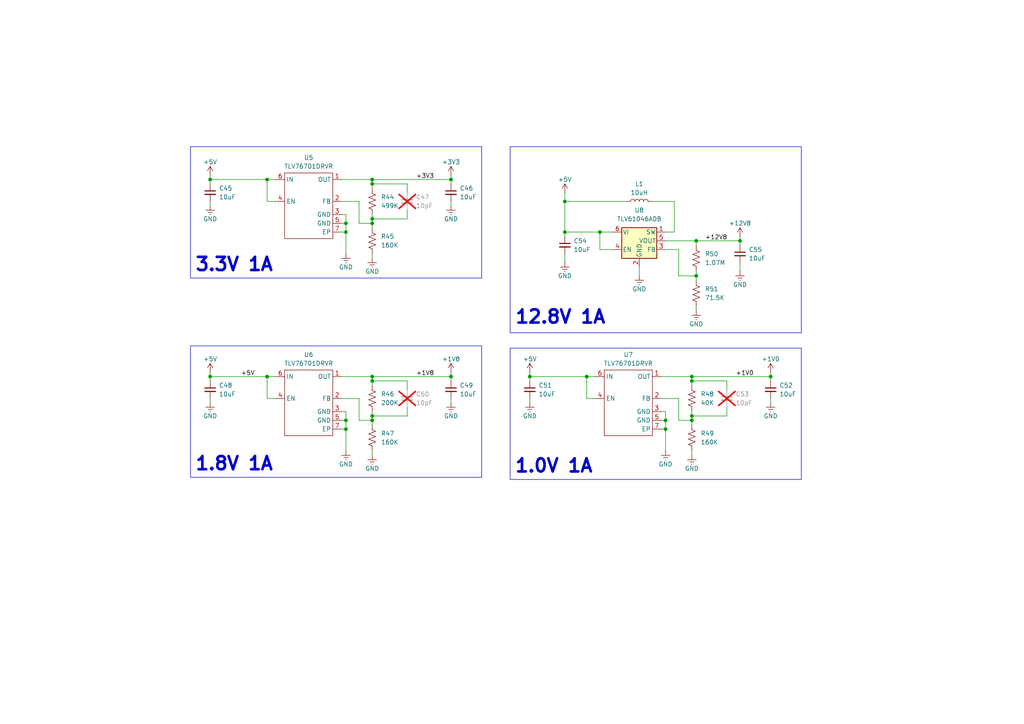
<source format=kicad_sch>
(kicad_sch (version 20231120) (generator "eeschema") (generator_version "8.0")
  (paper "A4")
  (title_block (title "Power Supplies") (date "2024-05-31") (rev "1.0") (company "DergLabs"))
  (lib_symbols
    (symbol "Device:C_Small" (pin_numbers hide) (pin_names (offset 0.254) hide)
      (property "Reference" "C" (at 0.254 1.778 0))
      (property "Value" "C_Small" (at 0.254 -2.032 0))
      (symbol "C_Small_0_1"
        (polyline (pts (xy -1.524 -0.508) (xy 1.524 -0.508)) (stroke (width 0.3302)))
        (polyline (pts (xy -1.524 0.508) (xy 1.524 0.508)) (stroke (width 0.3048)))
      )
      (symbol "C_Small_1_1"
        (pin passive line (at 0 2.54 270) (length 2.032) (name "~") (number "1"))
        (pin passive line (at 0 -2.54 90) (length 2.032) (name "~") (number "2"))
      )
    )
    (symbol "Device:L" (pin_numbers hide) (pin_names (offset 1.016) hide)
      (property "Reference" "L" (at -1.27 0 90))
      (property "Value" "L" (at 1.905 0 90))
      (symbol "L_0_1"
        (arc (start 0 -2.54) (mid 0.6323 -1.905) (end 0 -1.27))
        (arc (start 0 -1.27) (mid 0.6323 -0.635) (end 0 0))
        (arc (start 0 0) (mid 0.6323 0.635) (end 0 1.27))
        (arc (start 0 1.27) (mid 0.6323 1.905) (end 0 2.54))
      )
      (symbol "L_1_1"
        (pin passive line (at 0 3.81 270) (length 1.27) (name "1") (number "1"))
        (pin passive line (at 0 -3.81 90) (length 1.27) (name "2") (number "2"))
      )
    )
    (symbol "Device:R_US" (pin_numbers hide) (pin_names (offset 0))
      (property "Reference" "R" (at 2.54 0 90))
      (property "Value" "R_US" (at -2.54 0 90))
      (symbol "R_US_0_1"
        (polyline (pts (xy 0 -2.286) (xy 0 -2.54)))
        (polyline (pts (xy 0 2.286) (xy 0 2.54)))
        (polyline (pts (xy 0 -0.762) (xy 1.016 -1.143) (xy 0 -1.524) (xy -1.016 -1.905) (xy 0 -2.286)))
        (polyline (pts (xy 0 0.762) (xy 1.016 0.381) (xy 0 0) (xy -1.016 -0.381) (xy 0 -0.762)))
        (polyline (pts (xy 0 2.286) (xy 1.016 1.905) (xy 0 1.524) (xy -1.016 1.143) (xy 0 0.762)))
      )
      (symbol "R_US_1_1"
        (pin passive line (at 0 3.81 270) (length 1.27) (name "~") (number "1"))
        (pin passive line (at 0 -3.81 90) (length 1.27) (name "~") (number "2"))
      )
    )
    (symbol "Regulator_Switching:TLV61046ADB" (pin_names (offset 0.254))
      (property "Reference" "U" (at -5.08 7.62 0))
      (property "Value" "TLV61046ADB" (at 0 7.62 0))
      (symbol "TLV61046ADB_0_1"
        (rectangle (start -5.08 6.35) (end 5.08 -2.54) (stroke (width 0.254)) (fill (type background)))
      )
      (symbol "TLV61046ADB_1_1"
        (pin power_in line (at 7.62 5.08 180) (length 2.54) (name "SW") (number "1"))
        (pin power_in line (at 0 -5.08 90) (length 2.54) (name "GND") (number "2"))
        (pin input line (at 7.62 0 180) (length 2.54) (name "FB") (number "3"))
        (pin input line (at -7.62 0 0) (length 2.54) (name "EN") (number "4"))
        (pin power_out line (at 7.62 2.54 180) (length 2.54) (name "VOUT") (number "5"))
        (pin power_in line (at -7.62 5.08 0) (length 2.54) (name "VI") (number "6"))
      )
    )
    (symbol "power:+12V" (power) (pin_numbers hide) (pin_names (offset 0) hide)
      (property "Value" "+12V" (at 0 3.556 0))
      (symbol "+12V_0_1"
        (polyline (pts (xy -0.762 1.27) (xy 0 2.54)))
        (polyline (pts (xy 0 0) (xy 0 2.54)))
        (polyline (pts (xy 0 2.54) (xy 0.762 1.27)))
      )
      (symbol "+12V_1_1"
        (pin power_in line (at 0 0 90) (length 0) (name "~") (number "1"))
      )
    )
    (symbol "power:+1V0" (power) (pin_numbers hide) (pin_names (offset 0) hide)
      (property "Value" "+1V0" (at 0 3.556 0))
      (symbol "+1V0_0_1"
        (polyline (pts (xy -0.762 1.27) (xy 0 2.54)))
        (polyline (pts (xy 0 0) (xy 0 2.54)))
        (polyline (pts (xy 0 2.54) (xy 0.762 1.27)))
      )
      (symbol "+1V0_1_1"
        (pin power_in line (at 0 0 90) (length 0) (name "~") (number "1"))
      )
    )
    (symbol "power:+1V8" (power) (pin_numbers hide) (pin_names (offset 0) hide)
      (property "Value" "+1V8" (at 0 3.556 0))
      (symbol "+1V8_0_1"
        (polyline (pts (xy -0.762 1.27) (xy 0 2.54)))
        (polyline (pts (xy 0 0) (xy 0 2.54)))
        (polyline (pts (xy 0 2.54) (xy 0.762 1.27)))
      )
      (symbol "+1V8_1_1"
        (pin power_in line (at 0 0 90) (length 0) (name "~") (number "1"))
      )
    )
    (symbol "power:+3V3" (power) (pin_numbers hide) (pin_names (offset 0) hide)
      (property "Value" "+3V3" (at 0 3.556 0))
      (symbol "+3V3_0_1"
        (polyline (pts (xy -0.762 1.27) (xy 0 2.54)))
        (polyline (pts (xy 0 0) (xy 0 2.54)))
        (polyline (pts (xy 0 2.54) (xy 0.762 1.27)))
      )
      (symbol "+3V3_1_1"
        (pin power_in line (at 0 0 90) (length 0) (name "~") (number "1"))
      )
    )
    (symbol "power:+5V" (power) (pin_numbers hide) (pin_names (offset 0) hide)
      (property "Value" "+5V" (at 0 3.556 0))
      (symbol "+5V_0_1"
        (polyline (pts (xy -0.762 1.27) (xy 0 2.54)))
        (polyline (pts (xy 0 0) (xy 0 2.54)))
        (polyline (pts (xy 0 2.54) (xy 0.762 1.27)))
      )
      (symbol "+5V_1_1"
        (pin power_in line (at 0 0 90) (length 0) (name "~") (number "1"))
      )
    )
    (symbol "power:GND" (power) (pin_numbers hide) (pin_names (offset 0) hide)
      (property "Value" "GND" (at 0 -3.81 0))
      (symbol "GND_0_1"
        (polyline (pts (xy -0.635 -1.905) (xy 0.635 -1.905)))
        (polyline (pts (xy -0.127 -2.54) (xy 0.127 -2.54)))
        (polyline (pts (xy 0 -1.27) (xy 0 0)))
        (polyline (pts (xy 1.27 -1.27) (xy -1.27 -1.27)))
      )
      (symbol "GND_1_1"
        (pin power_in line (at 0 0 270) (length 0) (name "~") (number "1"))
      )
    )
    (symbol "spi2ttl:TLV767"
      (property "Reference" "U" (at 6.985 0 0))
      (property "Value" "TLV76701DRVR" (at 6.985 -2.54 0))
      (symbol "TLV767_0_1"
        (rectangle (start 0 -4.445) (end 13.97 -23.495))
      )
      (symbol "TLV767_1_1"
        (pin unspecified line (at 16.51 -6.35 180) (length 2.54) (name "OUT") (number "1"))
        (pin unspecified line (at 16.51 -12.7 180) (length 2.54) (name "FB") (number "2"))
        (pin unspecified line (at 16.51 -16.51 180) (length 2.54) (name "GND") (number "3"))
        (pin unspecified line (at -2.54 -12.7 0) (length 2.54) (name "EN") (number "4"))
        (pin unspecified line (at 16.51 -19.05 180) (length 2.54) (name "GND") (number "5"))
        (pin unspecified line (at -2.54 -6.35 0) (length 2.54) (name "IN") (number "6"))
        (pin unspecified line (at 16.51 -21.59 180) (length 2.54) (name "EP") (number "7"))
      )
    )
  )
  (junction (at 193.04 121.92))
  (junction (at 107.95 109.22))
  (junction (at 77.47 52.07))
  (junction (at 100.33 64.77))
  (junction (at 153.67 109.22))
  (junction (at 107.95 64.77))
  (junction (at 100.33 121.92))
  (junction (at 107.95 121.92))
  (junction (at 107.95 63.5))
  (junction (at 130.81 109.22))
  (junction (at 200.66 109.22))
  (junction (at 170.18 109.22))
  (junction (at 107.95 52.07))
  (junction (at 200.66 120.65))
  (junction (at 77.47 109.22))
  (junction (at 60.96 52.07))
  (junction (at 201.93 69.85))
  (junction (at 201.93 80.01))
  (junction (at 163.83 58.42))
  (junction (at 173.99 67.31))
  (junction (at 107.95 110.49))
  (junction (at 130.81 52.07))
  (junction (at 163.83 67.31))
  (junction (at 100.33 124.46))
  (junction (at 100.33 67.31))
  (junction (at 200.66 121.92))
  (junction (at 60.96 109.22))
  (junction (at 214.63 69.85))
  (junction (at 107.95 120.65))
  (junction (at 107.95 53.34))
  (junction (at 193.04 124.46))
  (junction (at 223.52 109.22))
  (junction (at 200.66 110.49))
  (wire (pts (xy 60.96 52.07) (xy 77.47 52.07)))
  (wire (pts (xy 130.81 107.95) (xy 130.81 109.22)))
  (wire (pts (xy 196.85 72.39) (xy 196.85 80.01)))
  (wire (pts (xy 201.93 69.85) (xy 201.93 71.12)))
  (wire (pts (xy 196.85 80.01) (xy 201.93 80.01)))
  (wire (pts (xy 193.04 124.46) (xy 193.04 130.81)))
  (wire (pts (xy 163.83 58.42) (xy 163.83 67.31)))
  (wire (pts (xy 100.33 64.77) (xy 99.06 64.77)))
  (wire (pts (xy 185.42 77.47) (xy 185.42 80.01)))
  (wire (pts (xy 193.04 72.39) (xy 196.85 72.39)))
  (wire (pts (xy 107.95 109.22) (xy 130.81 109.22)))
  (wire (pts (xy 100.33 67.31) (xy 100.33 73.66)))
  (wire (pts (xy 118.11 53.34) (xy 107.95 53.34)))
  (wire (pts (xy 177.8 72.39) (xy 173.99 72.39)))
  (wire (pts (xy 107.95 130.81) (xy 107.95 132.08)))
  (wire (pts (xy 107.95 73.66) (xy 107.95 74.93)))
  (wire (pts (xy 163.83 73.66) (xy 163.83 76.2)))
  (wire (pts (xy 172.72 115.57) (xy 170.18 115.57)))
  (wire (pts (xy 210.82 110.49) (xy 200.66 110.49)))
  (wire (pts (xy 214.63 68.58) (xy 214.63 69.85)))
  (wire (pts (xy 104.14 115.57) (xy 99.06 115.57)))
  (wire (pts (xy 80.01 58.42) (xy 77.47 58.42)))
  (wire (pts (xy 99.06 109.22) (xy 107.95 109.22)))
  (wire (pts (xy 107.95 52.07) (xy 107.95 53.34)))
  (wire (pts (xy 201.93 69.85) (xy 214.63 69.85)))
  (wire (pts (xy 196.85 121.92) (xy 196.85 115.57)))
  (wire (pts (xy 210.82 120.65) (xy 200.66 120.65)))
  (wire (pts (xy 173.99 67.31) (xy 173.99 72.39)))
  (wire (pts (xy 107.95 110.49) (xy 107.95 111.76)))
  (wire (pts (xy 100.33 62.23) (xy 100.33 64.77)))
  (wire (pts (xy 100.33 119.38) (xy 99.06 119.38)))
  (wire (pts (xy 100.33 67.31) (xy 99.06 67.31)))
  (wire (pts (xy 104.14 121.92) (xy 104.14 115.57)))
  (wire (pts (xy 104.14 64.77) (xy 104.14 58.42)))
  (wire (pts (xy 107.95 120.65) (xy 107.95 121.92)))
  (wire (pts (xy 210.82 118.11) (xy 210.82 120.65)))
  (wire (pts (xy 118.11 120.65) (xy 107.95 120.65)))
  (wire (pts (xy 163.83 67.31) (xy 163.83 68.58)))
  (wire (pts (xy 195.58 67.31) (xy 195.58 58.42)))
  (wire (pts (xy 107.95 63.5) (xy 107.95 64.77)))
  (wire (pts (xy 60.96 58.42) (xy 60.96 59.69)))
  (wire (pts (xy 107.95 121.92) (xy 107.95 123.19)))
  (wire (pts (xy 214.63 69.85) (xy 214.63 71.12)))
  (wire (pts (xy 107.95 64.77) (xy 104.14 64.77)))
  (wire (pts (xy 107.95 52.07) (xy 130.81 52.07)))
  (wire (pts (xy 77.47 115.57) (xy 77.47 109.22)))
  (wire (pts (xy 77.47 109.22) (xy 80.01 109.22)))
  (wire (pts (xy 193.04 67.31) (xy 195.58 67.31)))
  (wire (pts (xy 195.58 58.42) (xy 189.23 58.42)))
  (wire (pts (xy 193.04 121.92) (xy 193.04 124.46)))
  (wire (pts (xy 118.11 113.03) (xy 118.11 110.49)))
  (wire (pts (xy 107.95 109.22) (xy 107.95 110.49)))
  (wire (pts (xy 100.33 121.92) (xy 100.33 124.46)))
  (wire (pts (xy 60.96 115.57) (xy 60.96 116.84)))
  (wire (pts (xy 200.66 121.92) (xy 200.66 123.19)))
  (wire (pts (xy 210.82 113.03) (xy 210.82 110.49)))
  (wire (pts (xy 201.93 80.01) (xy 201.93 81.28)))
  (wire (pts (xy 60.96 109.22) (xy 60.96 110.49)))
  (wire (pts (xy 193.04 119.38) (xy 193.04 121.92)))
  (wire (pts (xy 201.93 88.9) (xy 201.93 90.17)))
  (wire (pts (xy 100.33 124.46) (xy 99.06 124.46)))
  (wire (pts (xy 130.81 109.22) (xy 130.81 110.49)))
  (wire (pts (xy 153.67 107.95) (xy 153.67 109.22)))
  (wire (pts (xy 200.66 120.65) (xy 200.66 121.92)))
  (wire (pts (xy 99.06 52.07) (xy 107.95 52.07)))
  (wire (pts (xy 130.81 58.42) (xy 130.81 59.69)))
  (wire (pts (xy 200.66 110.49) (xy 200.66 111.76)))
  (wire (pts (xy 200.66 119.38) (xy 200.66 120.65)))
  (wire (pts (xy 60.96 107.95) (xy 60.96 109.22)))
  (wire (pts (xy 100.33 62.23) (xy 99.06 62.23)))
  (wire (pts (xy 130.81 52.07) (xy 130.81 53.34)))
  (wire (pts (xy 107.95 62.23) (xy 107.95 63.5)))
  (wire (pts (xy 130.81 115.57) (xy 130.81 116.84)))
  (wire (pts (xy 60.96 52.07) (xy 60.96 53.34)))
  (wire (pts (xy 196.85 115.57) (xy 191.77 115.57)))
  (wire (pts (xy 200.66 130.81) (xy 200.66 132.08)))
  (wire (pts (xy 60.96 109.22) (xy 77.47 109.22)))
  (wire (pts (xy 118.11 110.49) (xy 107.95 110.49)))
  (wire (pts (xy 107.95 53.34) (xy 107.95 54.61)))
  (wire (pts (xy 223.52 109.22) (xy 223.52 110.49)))
  (wire (pts (xy 223.52 115.57) (xy 223.52 116.84)))
  (wire (pts (xy 201.93 78.74) (xy 201.93 80.01)))
  (wire (pts (xy 170.18 109.22) (xy 172.72 109.22)))
  (wire (pts (xy 118.11 118.11) (xy 118.11 120.65)))
  (wire (pts (xy 163.83 55.88) (xy 163.83 58.42)))
  (wire (pts (xy 104.14 58.42) (xy 99.06 58.42)))
  (wire (pts (xy 100.33 119.38) (xy 100.33 121.92)))
  (wire (pts (xy 80.01 115.57) (xy 77.47 115.57)))
  (wire (pts (xy 200.66 121.92) (xy 196.85 121.92)))
  (wire (pts (xy 214.63 76.2) (xy 214.63 78.74)))
  (wire (pts (xy 107.95 64.77) (xy 107.95 66.04)))
  (wire (pts (xy 118.11 63.5) (xy 107.95 63.5)))
  (wire (pts (xy 100.33 64.77) (xy 100.33 67.31)))
  (wire (pts (xy 193.04 69.85) (xy 201.93 69.85)))
  (wire (pts (xy 153.67 109.22) (xy 170.18 109.22)))
  (wire (pts (xy 100.33 121.92) (xy 99.06 121.92)))
  (wire (pts (xy 77.47 58.42) (xy 77.47 52.07)))
  (wire (pts (xy 191.77 109.22) (xy 200.66 109.22)))
  (wire (pts (xy 223.52 107.95) (xy 223.52 109.22)))
  (wire (pts (xy 130.81 50.8) (xy 130.81 52.07)))
  (wire (pts (xy 100.33 124.46) (xy 100.33 130.81)))
  (wire (pts (xy 107.95 121.92) (xy 104.14 121.92)))
  (wire (pts (xy 60.96 50.8) (xy 60.96 52.07)))
  (wire (pts (xy 193.04 119.38) (xy 191.77 119.38)))
  (wire (pts (xy 193.04 121.92) (xy 191.77 121.92)))
  (wire (pts (xy 173.99 67.31) (xy 163.83 67.31)))
  (wire (pts (xy 170.18 115.57) (xy 170.18 109.22)))
  (wire (pts (xy 77.47 52.07) (xy 80.01 52.07)))
  (wire (pts (xy 200.66 109.22) (xy 223.52 109.22)))
  (wire (pts (xy 118.11 60.96) (xy 118.11 63.5)))
  (wire (pts (xy 193.04 124.46) (xy 191.77 124.46)))
  (wire (pts (xy 153.67 109.22) (xy 153.67 110.49)))
  (wire (pts (xy 107.95 119.38) (xy 107.95 120.65)))
  (wire (pts (xy 200.66 109.22) (xy 200.66 110.49)))
  (wire (pts (xy 163.83 58.42) (xy 181.61 58.42)))
  (wire (pts (xy 153.67 115.57) (xy 153.67 116.84)))
  (wire (pts (xy 177.8 67.31) (xy 173.99 67.31)))
  (wire (pts (xy 118.11 55.88) (xy 118.11 53.34)))
  (rectangle (start 55.245 100.33) (end 139.7 138.43))
  (rectangle (start 147.955 100.965) (end 232.41 139.065))
  (rectangle (start 147.955 42.545) (end 232.41 96.52))
  (rectangle (start 55.245 42.545) (end 139.7 80.645))
  (text "3.3V 1A" (at 67.945 76.835 0) (effects (font (size 3.81 3.81) (thickness 0.762) (bold yes))))
  (text "12.8V 1A" (at 162.56 92.075 0) (effects (font (size 3.81 3.81) (thickness 0.762) (bold yes))))
  (text "1.8V 1A" (at 67.945 134.62 0) (effects (font (size 3.81 3.81) (thickness 0.762) (bold yes))))
  (text "1.0V 1A" (at 160.655 135.255 0) (effects (font (size 3.81 3.81) (thickness 0.762) (bold yes))))
  (label "+1V0" (at 213.36 109.22 0))
  (label "+3V3" (at 120.65 52.07 0))
  (label "+12V8" (at 204.47 69.85 0))
  (label "+1V8" (at 120.65 109.22 0))
  (label "+5V" (at 69.85 109.22 0))
  (symbol (lib_id "Device:R_US") (at 107.95 69.85 180) (unit 1)
    (property "Reference" "R45" (at 110.49 68.5799 0) (effects (justify right)))
    (property "Value" "160K" (at 110.49 71.1199 0) (effects (justify right)))
    (property "Footprint" "Resistor_SMD:R_0402_1005Metric" (effects (hide yes)))
    (property "Description" "Resistor, US symbol" (effects (hide yes)))
  )
  (symbol (lib_id "Device:R_US") (at 201.93 74.93 180) (unit 1)
    (property "Reference" "R50" (at 204.47 73.6599 0) (effects (justify right)))
    (property "Value" "1.07M" (at 204.47 76.1999 0) (effects (justify right)))
    (property "Footprint" "Resistor_SMD:R_0402_1005Metric" (effects (hide yes)))
    (property "Description" "Resistor, US symbol" (effects (hide yes)))
  )
  (symbol (lib_id "Device:C_Small") (at 223.52 113.03 0) (unit 1)
    (property "Reference" "C52" (at 226.06 111.7662 0) (effects (justify left)))
    (property "Value" "10uF" (at 226.06 114.3062 0) (effects (justify left)))
    (property "Footprint" "Capacitor_SMD:C_0603_1608Metric" (effects (hide yes)))
    (property "Description" "Unpolarized capacitor, small symbol" (effects (hide yes)))
  )
  (symbol (lib_id "power:GND") (at 60.96 59.69 0) (unit 1)
    (property "Reference" "#PWR095" (effects (hide yes)))
    (property "Value" "GND" (at 60.96 63.5 0))
    (property "Description" "Power symbol creates a global label with name \"GND\" , ground" (effects (hide yes)))
  )
  (symbol (lib_id "power:GND") (at 200.66 132.08 0) (unit 1)
    (property "Reference" "#PWR0112" (effects (hide yes)))
    (property "Value" "GND" (at 200.66 135.89 0))
    (property "Description" "Power symbol creates a global label with name \"GND\" , ground" (effects (hide yes)))
  )
  (symbol (lib_id "power:GND") (at 163.83 76.2 0) (unit 1)
    (property "Reference" "#PWR0114" (effects (hide yes)))
    (property "Value" "GND" (at 163.83 80.01 0))
    (property "Description" "Power symbol creates a global label with name \"GND\" , ground" (effects (hide yes)))
  )
  (symbol (lib_id "Device:C_Small") (at 60.96 55.88 0) (unit 1)
    (property "Reference" "C45" (at 63.5 54.6162 0) (effects (justify left)))
    (property "Value" "10uF" (at 63.5 57.1562 0) (effects (justify left)))
    (property "Footprint" "Capacitor_SMD:C_0603_1608Metric" (effects (hide yes)))
    (property "Description" "Unpolarized capacitor, small symbol" (effects (hide yes)))
  )
  (symbol (lib_id "power:GND") (at 100.33 130.81 0) (unit 1)
    (property "Reference" "#PWR0105" (effects (hide yes)))
    (property "Value" "GND" (at 100.33 134.62 0))
    (property "Description" "Power symbol creates a global label with name \"GND\" , ground" (effects (hide yes)))
  )
  (symbol (lib_id "power:GND") (at 130.81 59.69 0) (unit 1)
    (property "Reference" "#PWR097" (effects (hide yes)))
    (property "Value" "GND" (at 130.81 63.5 0))
    (property "Description" "Power symbol creates a global label with name \"GND\" , ground" (effects (hide yes)))
  )
  (symbol (lib_id "power:GND") (at 201.93 90.17 0) (unit 1)
    (property "Reference" "#PWR0118" (effects (hide yes)))
    (property "Value" "GND" (at 201.93 93.98 0))
    (property "Description" "Power symbol creates a global label with name \"GND\" , ground" (effects (hide yes)))
  )
  (symbol (lib_id "Device:R_US") (at 200.66 127 180) (unit 1)
    (property "Reference" "R49" (at 203.2 125.7299 0) (effects (justify right)))
    (property "Value" "160K" (at 203.2 128.2699 0) (effects (justify right)))
    (property "Footprint" "Resistor_SMD:R_0402_1005Metric" (effects (hide yes)))
    (property "Description" "Resistor, US symbol" (effects (hide yes)))
  )
  (symbol (lib_id "Regulator_Switching:TLV61046ADB") (at 185.42 72.39 0) (unit 1)
    (property "Reference" "U8" (at 185.42 60.96 0))
    (property "Value" "TLV61046ADB" (at 185.42 63.5 0))
    (property "Footprint" "Package_TO_SOT_SMD:SOT-23-6" (effects (hide yes)))
    (property "Datasheet" "http://www.ti.com/lit/ds/symlink/tlv61046a.pdf" (effects (hide yes)))
    (property "Description" "28-V Output Voltage Boost Converter with Power Diode and Isolation Switch, SOT-23-6" (effects (hide yes)))
  )
  (symbol (lib_id "Device:C_Small") (at 214.63 73.66 0) (unit 1)
    (property "Reference" "C55" (at 217.17 72.3962 0) (effects (justify left)))
    (property "Value" "10uF" (at 217.17 74.9362 0) (effects (justify left)))
    (property "Footprint" "Capacitor_SMD:C_0603_1608Metric" (effects (hide yes)))
    (property "Description" "Unpolarized capacitor, small symbol" (effects (hide yes)))
  )
  (symbol (lib_id "power:+5V") (at 60.96 107.95 0) (unit 1)
    (property "Reference" "#PWR0101" (effects (hide yes)))
    (property "Value" "+5V" (at 60.96 104.14 0))
    (property "Description" "Power symbol creates a global label with name \"+5V\"" (effects (hide yes)))
  )
  (symbol (lib_id "spi2ttl:TLV767") (at 175.26 102.87 0) (unit 1)
    (property "Reference" "U7" (at 182.245 102.87 0))
    (property "Value" "TLV76701DRVR" (at 182.245 105.41 0))
    (property "Footprint" "Package_SON:WSON-6-1EP_2x2mm_P0.65mm_EP1x1.6mm" (effects (hide yes)))
    (property "Datasheet" "https://www.ti.com/lit/ds/symlink/tlv767.pdf?HQS=dis-dk-null-digikeymode-dsf-pf-null-wwe&ts=1719208128562&ref_url=https%253A%252F%252Fwww.ti.com%252Fgeneral%252Fdocs%252Fsuppproductinfo.tsp%253FdistId%253D10%2526gotoUrl%253Dhttps%253A%252F%252Fwww.ti.com%252Flit%252Fgpn%252Ftlv767" (effects (hide yes)))
  )
  (symbol (lib_id "Device:R_US") (at 200.66 115.57 180) (unit 1)
    (property "Reference" "R48" (at 203.2 114.2999 0) (effects (justify right)))
    (property "Value" "40K" (at 203.2 116.8399 0) (effects (justify right)))
    (property "Footprint" "Resistor_SMD:R_0402_1005Metric" (effects (hide yes)))
    (property "Description" "Resistor, US symbol" (effects (hide yes)))
  )
  (symbol (lib_id "power:+5V") (at 60.96 50.8 0) (unit 1)
    (property "Reference" "#PWR096" (effects (hide yes)))
    (property "Value" "+5V" (at 60.96 46.99 0))
    (property "Description" "Power symbol creates a global label with name \"+5V\"" (effects (hide yes)))
  )
  (symbol (lib_id "power:+5V") (at 153.67 107.95 0) (unit 1)
    (property "Reference" "#PWR0107" (effects (hide yes)))
    (property "Value" "+5V" (at 153.67 104.14 0))
    (property "Description" "Power symbol creates a global label with name \"+5V\"" (effects (hide yes)))
  )
  (symbol (lib_id "power:GND") (at 100.33 73.66 0) (unit 1)
    (property "Reference" "#PWR099" (effects (hide yes)))
    (property "Value" "GND" (at 100.33 77.47 0))
    (property "Description" "Power symbol creates a global label with name \"GND\" , ground" (effects (hide yes)))
  )
  (symbol (lib_id "power:GND") (at 223.52 116.84 0) (unit 1)
    (property "Reference" "#PWR0110" (effects (hide yes)))
    (property "Value" "GND" (at 223.52 120.65 0))
    (property "Description" "Power symbol creates a global label with name \"GND\" , ground" (effects (hide yes)))
  )
  (symbol (lib_id "power:GND") (at 153.67 116.84 0) (unit 1)
    (property "Reference" "#PWR0109" (effects (hide yes)))
    (property "Value" "GND" (at 153.67 120.65 0))
    (property "Description" "Power symbol creates a global label with name \"GND\" , ground" (effects (hide yes)))
  )
  (symbol (lib_id "Device:R_US") (at 107.95 115.57 180) (unit 1)
    (property "Reference" "R46" (at 110.49 114.2999 0) (effects (justify right)))
    (property "Value" "200K" (at 110.49 116.8399 0) (effects (justify right)))
    (property "Footprint" "Resistor_SMD:R_0402_1005Metric" (effects (hide yes)))
    (property "Description" "Resistor, US symbol" (effects (hide yes)))
  )
  (symbol (lib_id "Device:L") (at 185.42 58.42 90) (unit 1)
    (property "Reference" "L1" (at 185.42 53.34 90))
    (property "Value" "10uH" (at 185.42 55.88 90))
    (property "Footprint" "Inductor_SMD:L_Wuerth_MAPI-3010" (effects (hide yes)))
    (property "Datasheet" "https://www.we-online.com/components/products/datasheet/744025100.pdf" (effects (hide yes)))
    (property "Description" "Inductor" (effects (hide yes)))
    (property "MPN" "744025100" (effects (hide yes)))
  )
  (symbol (lib_id "power:+12V") (at 214.63 68.58 0) (unit 1)
    (property "Reference" "#PWR0117" (effects (hide yes)))
    (property "Value" "+12V8" (at 214.63 64.77 0))
    (property "Description" "Power symbol creates a global label with name \"+12V\"" (effects (hide yes)))
  )
  (symbol (lib_id "Device:C_Small") (at 210.82 115.57 0) (unit 1) (dnp yes)
    (property "Reference" "C53" (at 213.36 114.3062 0) (effects (justify left)))
    (property "Value" "10pF" (at 213.36 116.8462 0) (effects (justify left)))
    (property "Footprint" "Capacitor_SMD:C_0402_1005Metric" (effects (hide yes)))
    (property "Description" "Unpolarized capacitor, small symbol" (effects (hide yes)))
  )
  (symbol (lib_id "power:GND") (at 185.42 80.01 0) (unit 1)
    (property "Reference" "#PWR0113" (effects (hide yes)))
    (property "Value" "GND" (at 185.42 83.82 0))
    (property "Description" "Power symbol creates a global label with name \"GND\" , ground" (effects (hide yes)))
  )
  (symbol (lib_id "Device:R_US") (at 107.95 58.42 180) (unit 1)
    (property "Reference" "R44" (at 110.49 57.1499 0) (effects (justify right)))
    (property "Value" "499K" (at 110.49 59.6899 0) (effects (justify right)))
    (property "Footprint" "Resistor_SMD:R_0402_1005Metric" (effects (hide yes)))
    (property "Description" "Resistor, US symbol" (effects (hide yes)))
  )
  (symbol (lib_id "power:+5V") (at 163.83 55.88 0) (unit 1)
    (property "Reference" "#PWR0115" (effects (hide yes)))
    (property "Value" "+5V" (at 163.83 52.07 0))
    (property "Description" "Power symbol creates a global label with name \"+5V\"" (effects (hide yes)))
  )
  (symbol (lib_id "Device:C_Small") (at 118.11 115.57 0) (unit 1) (dnp yes)
    (property "Reference" "C50" (at 120.65 114.3062 0) (effects (justify left)))
    (property "Value" "10pF" (at 120.65 116.8462 0) (effects (justify left)))
    (property "Footprint" "Capacitor_SMD:C_0402_1005Metric" (effects (hide yes)))
    (property "Description" "Unpolarized capacitor, small symbol" (effects (hide yes)))
  )
  (symbol (lib_id "power:GND") (at 107.95 74.93 0) (unit 1)
    (property "Reference" "#PWR0100" (effects (hide yes)))
    (property "Value" "GND" (at 107.95 78.74 0))
    (property "Description" "Power symbol creates a global label with name \"GND\" , ground" (effects (hide yes)))
  )
  (symbol (lib_id "Device:C_Small") (at 130.81 113.03 0) (unit 1)
    (property "Reference" "C49" (at 133.35 111.7662 0) (effects (justify left)))
    (property "Value" "10uF" (at 133.35 114.3062 0) (effects (justify left)))
    (property "Footprint" "Capacitor_SMD:C_0603_1608Metric" (effects (hide yes)))
    (property "Description" "Unpolarized capacitor, small symbol" (effects (hide yes)))
  )
  (symbol (lib_id "power:GND") (at 130.81 116.84 0) (unit 1)
    (property "Reference" "#PWR0104" (effects (hide yes)))
    (property "Value" "GND" (at 130.81 120.65 0))
    (property "Description" "Power symbol creates a global label with name \"GND\" , ground" (effects (hide yes)))
  )
  (symbol (lib_id "Device:R_US") (at 107.95 127 180) (unit 1)
    (property "Reference" "R47" (at 110.49 125.7299 0) (effects (justify right)))
    (property "Value" "160K" (at 110.49 128.2699 0) (effects (justify right)))
    (property "Footprint" "Resistor_SMD:R_0402_1005Metric" (effects (hide yes)))
    (property "Description" "Resistor, US symbol" (effects (hide yes)))
  )
  (symbol (lib_id "Device:R_US") (at 201.93 85.09 180) (unit 1)
    (property "Reference" "R51" (at 204.47 83.8199 0) (effects (justify right)))
    (property "Value" "71.5K" (at 204.47 86.3599 0) (effects (justify right)))
    (property "Footprint" "Resistor_SMD:R_0402_1005Metric" (effects (hide yes)))
    (property "Description" "Resistor, US symbol" (effects (hide yes)))
  )
  (symbol (lib_id "Device:C_Small") (at 118.11 58.42 0) (unit 1) (dnp yes)
    (property "Reference" "C47" (at 120.65 57.1562 0) (effects (justify left)))
    (property "Value" "10pF" (at 120.65 59.6962 0) (effects (justify left)))
    (property "Footprint" "Capacitor_SMD:C_0402_1005Metric" (effects (hide yes)))
    (property "Description" "Unpolarized capacitor, small symbol" (effects (hide yes)))
  )
  (symbol (lib_id "Device:C_Small") (at 163.83 71.12 0) (unit 1)
    (property "Reference" "C54" (at 166.37 69.8562 0) (effects (justify left)))
    (property "Value" "10uF" (at 166.37 72.3962 0) (effects (justify left)))
    (property "Footprint" "Capacitor_SMD:C_0603_1608Metric" (effects (hide yes)))
    (property "Description" "Unpolarized capacitor, small symbol" (effects (hide yes)))
  )
  (symbol (lib_id "Device:C_Small") (at 153.67 113.03 0) (unit 1)
    (property "Reference" "C51" (at 156.21 111.7662 0) (effects (justify left)))
    (property "Value" "10uF" (at 156.21 114.3062 0) (effects (justify left)))
    (property "Footprint" "Capacitor_SMD:C_0603_1608Metric" (effects (hide yes)))
    (property "Description" "Unpolarized capacitor, small symbol" (effects (hide yes)))
  )
  (symbol (lib_id "spi2ttl:TLV767") (at 82.55 102.87 0) (unit 1)
    (property "Reference" "U6" (at 89.535 102.87 0))
    (property "Value" "TLV76701DRVR" (at 89.535 105.41 0))
    (property "Footprint" "Package_SON:WSON-6-1EP_2x2mm_P0.65mm_EP1x1.6mm" (effects (hide yes)))
    (property "Datasheet" "https://www.ti.com/lit/ds/symlink/tlv767.pdf?HQS=dis-dk-null-digikeymode-dsf-pf-null-wwe&ts=1719208128562&ref_url=https%253A%252F%252Fwww.ti.com%252Fgeneral%252Fdocs%252Fsuppproductinfo.tsp%253FdistId%253D10%2526gotoUrl%253Dhttps%253A%252F%252Fwww.ti.com%252Flit%252Fgpn%252Ftlv767" (effects (hide yes)))
  )
  (symbol (lib_id "power:+3V3") (at 130.81 50.8 0) (unit 1)
    (property "Reference" "#PWR098" (effects (hide yes)))
    (property "Value" "+3V3" (at 130.81 46.99 0))
    (property "Description" "Power symbol creates a global label with name \"+3V3\"" (effects (hide yes)))
  )
  (symbol (lib_id "Device:C_Small") (at 60.96 113.03 0) (unit 1)
    (property "Reference" "C48" (at 63.5 111.7662 0) (effects (justify left)))
    (property "Value" "10uF" (at 63.5 114.3062 0) (effects (justify left)))
    (property "Footprint" "Capacitor_SMD:C_0603_1608Metric" (effects (hide yes)))
    (property "Description" "Unpolarized capacitor, small symbol" (effects (hide yes)))
  )
  (symbol (lib_id "Device:C_Small") (at 130.81 55.88 0) (unit 1)
    (property "Reference" "C46" (at 133.35 54.6162 0) (effects (justify left)))
    (property "Value" "10uF" (at 133.35 57.1562 0) (effects (justify left)))
    (property "Footprint" "Capacitor_SMD:C_0603_1608Metric" (effects (hide yes)))
    (property "Description" "Unpolarized capacitor, small symbol" (effects (hide yes)))
  )
  (symbol (lib_id "power:+1V0") (at 223.52 107.95 0) (unit 1)
    (property "Reference" "#PWR0108" (effects (hide yes)))
    (property "Value" "+1V0" (at 223.52 104.14 0))
    (property "Description" "Power symbol creates a global label with name \"+1V0\"" (effects (hide yes)))
  )
  (symbol (lib_id "power:GND") (at 193.04 130.81 0) (unit 1)
    (property "Reference" "#PWR0111" (effects (hide yes)))
    (property "Value" "GND" (at 193.04 134.62 0))
    (property "Description" "Power symbol creates a global label with name \"GND\" , ground" (effects (hide yes)))
  )
  (symbol (lib_id "power:GND") (at 60.96 116.84 0) (unit 1)
    (property "Reference" "#PWR0103" (effects (hide yes)))
    (property "Value" "GND" (at 60.96 120.65 0))
    (property "Description" "Power symbol creates a global label with name \"GND\" , ground" (effects (hide yes)))
  )
  (symbol (lib_id "power:GND") (at 214.63 78.74 0) (unit 1)
    (property "Reference" "#PWR0116" (effects (hide yes)))
    (property "Value" "GND" (at 214.63 82.55 0))
    (property "Description" "Power symbol creates a global label with name \"GND\" , ground" (effects (hide yes)))
  )
  (symbol (lib_id "power:GND") (at 107.95 132.08 0) (unit 1)
    (property "Reference" "#PWR0106" (effects (hide yes)))
    (property "Value" "GND" (at 107.95 135.89 0))
    (property "Description" "Power symbol creates a global label with name \"GND\" , ground" (effects (hide yes)))
  )
  (symbol (lib_id "power:+1V8") (at 130.81 107.95 0) (unit 1)
    (property "Reference" "#PWR0102" (effects (hide yes)))
    (property "Value" "+1V8" (at 130.81 104.14 0))
    (property "Description" "Power symbol creates a global label with name \"+1V8\"" (effects (hide yes)))
  )
  (symbol (lib_id "spi2ttl:TLV767") (at 82.55 45.72 0) (unit 1)
    (property "Reference" "U5" (at 89.535 45.72 0))
    (property "Value" "TLV76701DRVR" (at 89.535 48.26 0))
    (property "Footprint" "Package_SON:WSON-6-1EP_2x2mm_P0.65mm_EP1x1.6mm" (effects (hide yes)))
    (property "Datasheet" "https://www.ti.com/lit/ds/symlink/tlv767.pdf?HQS=dis-dk-null-digikeymode-dsf-pf-null-wwe&ts=1719208128562&ref_url=https%253A%252F%252Fwww.ti.com%252Fgeneral%252Fdocs%252Fsuppproductinfo.tsp%253FdistId%253D10%2526gotoUrl%253Dhttps%253A%252F%252Fwww.ti.com%252Flit%252Fgpn%252Ftlv767" (effects (hide yes)))
  )
)
</source>
